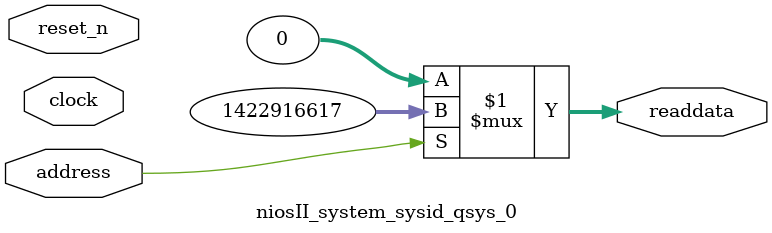
<source format=v>

`timescale 1ns / 1ps
// synthesis translate_on

// turn off superfluous verilog processor warnings 
// altera message_level Level1 
// altera message_off 10034 10035 10036 10037 10230 10240 10030 

module niosII_system_sysid_qsys_0 (
               // inputs:
                address,
                clock,
                reset_n,

               // outputs:
                readdata
             )
;

  output  [ 31: 0] readdata;
  input            address;
  input            clock;
  input            reset_n;

  wire    [ 31: 0] readdata;
  //control_slave, which is an e_avalon_slave
  assign readdata = address ? 1422916617 : 0;

endmodule




</source>
